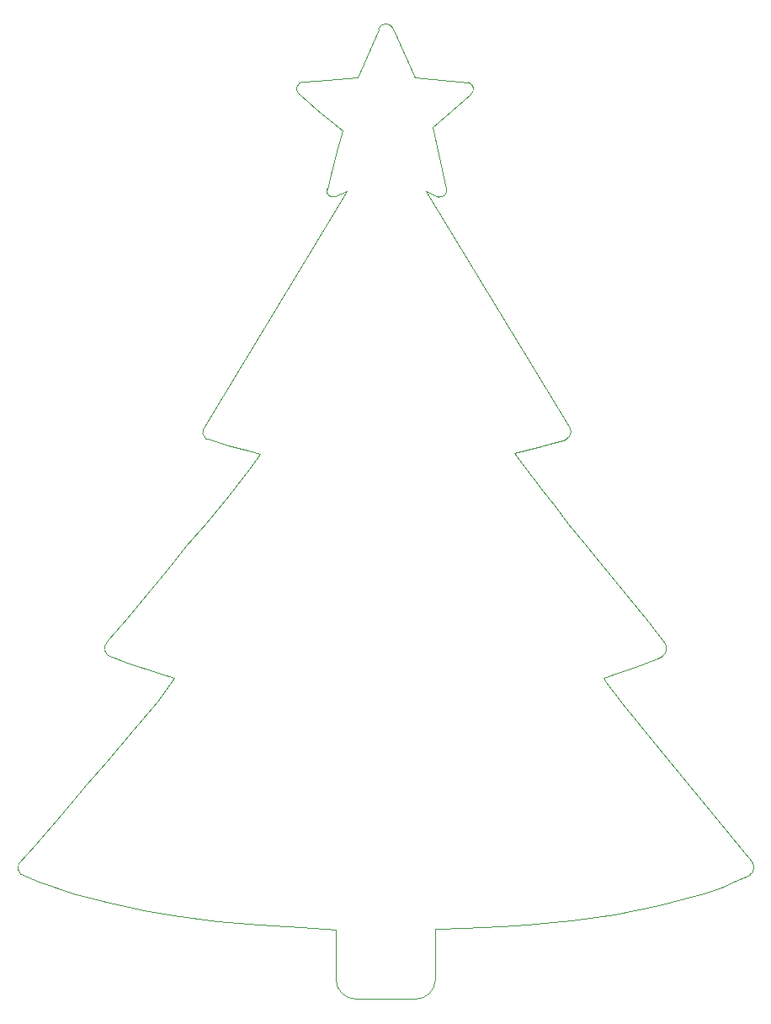
<source format=gbr>
%TF.GenerationSoftware,KiCad,Pcbnew,(6.0.7)*%
%TF.CreationDate,2022-08-02T13:51:54+02:00*%
%TF.ProjectId,LEDChristmasTree-2022,4c454443-6872-4697-9374-6d6173547265,rev?*%
%TF.SameCoordinates,Original*%
%TF.FileFunction,Profile,NP*%
%FSLAX46Y46*%
G04 Gerber Fmt 4.6, Leading zero omitted, Abs format (unit mm)*
G04 Created by KiCad (PCBNEW (6.0.7)) date 2022-08-02 13:51:54*
%MOMM*%
%LPD*%
G01*
G04 APERTURE LIST*
%TA.AperFunction,Profile*%
%ADD10C,0.100000*%
%TD*%
G04 APERTURE END LIST*
D10*
X122050000Y-131350000D02*
X119150000Y-130850000D01*
X136480000Y-50270000D02*
X134780000Y-48820000D01*
X118050000Y-112700000D02*
X120450000Y-109850000D01*
X129750000Y-86450000D02*
X130800000Y-84950000D01*
X119150000Y-130850000D02*
X115300000Y-130000000D01*
X136500000Y-47400000D02*
X140650000Y-47050000D01*
X171297602Y-105226210D02*
X170750000Y-105500000D01*
X125150049Y-82300030D02*
G75*
G03*
X125328647Y-83370000I708251J-431670D01*
G01*
X129600000Y-84600000D02*
X127600000Y-84050000D01*
X120450000Y-109850000D02*
X121300000Y-108650000D01*
X167200000Y-110000000D02*
X170900000Y-114600000D01*
X175450000Y-129100000D02*
X173500000Y-129650000D01*
X152950000Y-132550000D02*
X151450000Y-132600000D01*
X138450000Y-137750000D02*
G75*
G03*
X140450000Y-139750000I2000000J0D01*
G01*
X115350000Y-115900000D02*
X118050000Y-112700000D01*
X157050000Y-84650000D02*
X156350000Y-84850000D01*
X146350000Y-47050000D02*
X151738266Y-47560726D01*
X167050000Y-106850000D02*
X165350000Y-107450000D01*
X125350000Y-91850000D02*
X127650000Y-89100000D01*
X125550000Y-83450000D02*
X125328647Y-83370000D01*
X159950000Y-83950000D02*
X159050000Y-84150000D01*
X180060000Y-127260000D02*
X178650000Y-127900000D01*
X108550000Y-127950000D02*
X106746356Y-127190836D01*
X135139997Y-47489984D02*
G75*
G03*
X134780000Y-48820000I121503J-746616D01*
G01*
X159050000Y-84150000D02*
X158100000Y-84400000D01*
X162100000Y-131800000D02*
X160300000Y-132000000D01*
X160350000Y-90050000D02*
X161800000Y-91950000D01*
X138450000Y-132750000D02*
X138450000Y-137750000D01*
X178650000Y-127900000D02*
X177200000Y-128500000D01*
X112000000Y-129100000D02*
X108550000Y-127950000D01*
X146450000Y-139750000D02*
G75*
G03*
X148450000Y-137750000I0J2000000D01*
G01*
X161610000Y-83446210D02*
X161300000Y-83550000D01*
X151970000Y-48810000D02*
X148200000Y-52100000D01*
X173500000Y-129650000D02*
X170950000Y-130300000D01*
X165600000Y-107850000D02*
X167200000Y-110000000D01*
X170750000Y-105500000D02*
X168600000Y-106350000D01*
X139525000Y-58550000D02*
X138380145Y-59048944D01*
X135000000Y-132550000D02*
X130700000Y-132250000D01*
X119350000Y-99100000D02*
X121500000Y-96500000D01*
X155150000Y-132450000D02*
X152950000Y-132550000D01*
X170950000Y-130300000D02*
X168450000Y-130850000D01*
X138600000Y-54200000D02*
X139100000Y-52450000D01*
X106546238Y-126112602D02*
G75*
G03*
X106746356Y-127190836I701462J-427498D01*
G01*
X168600000Y-106350000D02*
X167050000Y-106850000D01*
X148786384Y-59068684D02*
G75*
G03*
X149530000Y-58290000I177516J574884D01*
G01*
X170900000Y-114600000D02*
X180300000Y-126000000D01*
X151450000Y-132600000D02*
X148450000Y-132650000D01*
X161300000Y-83550000D02*
X159950000Y-83950000D01*
X171297634Y-105226264D02*
G75*
G03*
X171537602Y-103966210I-441534J736964D01*
G01*
X122200000Y-107450000D02*
X120550000Y-106950000D01*
X117450000Y-101450000D02*
X119350000Y-99100000D01*
X125150000Y-82300000D02*
X139525000Y-58550000D01*
X135140000Y-47490000D02*
X136500000Y-47400000D01*
X117450000Y-105950000D02*
X115450000Y-105150000D01*
X161609978Y-83446164D02*
G75*
G03*
X161970000Y-82280000I-365078J751364D01*
G01*
X126450000Y-131900000D02*
X122050000Y-131350000D01*
X161800000Y-91950000D02*
X163850000Y-94450000D01*
X110850000Y-121150000D02*
X113400000Y-118150000D01*
X139100000Y-52450000D02*
X136480000Y-50270000D01*
X144190000Y-42160000D02*
X146350000Y-47050000D01*
X168450000Y-130850000D02*
X166450000Y-131250000D01*
X180059964Y-127259940D02*
G75*
G03*
X180300000Y-126000000I-441464J736940D01*
G01*
X120550000Y-106950000D02*
X117450000Y-105950000D01*
X157650000Y-132250000D02*
X155150000Y-132450000D01*
X159300000Y-88650000D02*
X160350000Y-90050000D01*
X115249849Y-104071746D02*
X115600000Y-103600000D01*
X121300000Y-108650000D02*
X122200000Y-107450000D01*
X146450000Y-139750000D02*
X140450000Y-139750000D01*
X127600000Y-84050000D02*
X125550000Y-83450000D01*
X127650000Y-89100000D02*
X129750000Y-86450000D01*
X121500000Y-96500000D02*
X123400000Y-94200000D01*
X148450000Y-132650000D02*
X148450000Y-137750000D01*
X137550145Y-58318944D02*
X137950000Y-56850000D01*
X165350000Y-107450000D02*
X165600000Y-107850000D01*
X137950000Y-56850000D02*
X138600000Y-54200000D01*
X130800000Y-84950000D02*
X129600000Y-84600000D01*
X137550210Y-58318964D02*
G75*
G03*
X138380145Y-59048944I578790J-178736D01*
G01*
X140650000Y-47050000D02*
X142710000Y-42230000D01*
X130700000Y-132250000D02*
X126450000Y-131900000D01*
X177200000Y-128500000D02*
X175450000Y-129100000D01*
X164550000Y-131500000D02*
X162100000Y-131800000D01*
X160300000Y-132000000D02*
X157650000Y-132250000D01*
X156350000Y-84850000D02*
X157100000Y-85900000D01*
X138450000Y-132750000D02*
X135000000Y-132550000D01*
X166450000Y-131250000D02*
X164550000Y-131500000D01*
X115600000Y-103600000D02*
X117450000Y-101450000D01*
X148786369Y-59068733D02*
X147475000Y-58525000D01*
X147475000Y-58525000D02*
X161970000Y-82280000D01*
X106546205Y-126112582D02*
X108200000Y-124250000D01*
X151969961Y-48809944D02*
G75*
G03*
X151738266Y-47560726I-399261J572044D01*
G01*
X169950000Y-101900000D02*
X171537602Y-103966210D01*
X163850000Y-94450000D02*
X168750000Y-100400000D01*
X158100000Y-84400000D02*
X157050000Y-84650000D01*
X144189997Y-42160001D02*
G75*
G03*
X142710000Y-42230000I-726297J-324699D01*
G01*
X157100000Y-85900000D02*
X159300000Y-88650000D01*
X123400000Y-94200000D02*
X125350000Y-91850000D01*
X168750000Y-100400000D02*
X169950000Y-101900000D01*
X113400000Y-118150000D02*
X115350000Y-115900000D01*
X108200000Y-124250000D02*
X110850000Y-121150000D01*
X115249801Y-104071717D02*
G75*
G03*
X115450000Y-105150000I701499J-427483D01*
G01*
X148200000Y-52100000D02*
X149530000Y-58290000D01*
X115300000Y-130000000D02*
X112000000Y-129100000D01*
M02*

</source>
